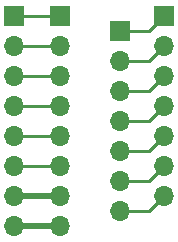
<source format=gbr>
%TF.GenerationSoftware,KiCad,Pcbnew,7.0.1-0*%
%TF.CreationDate,2023-04-12T17:34:26-06:00*%
%TF.ProjectId,100W Amplifier IS,31303057-2041-46d7-906c-696669657220,rev?*%
%TF.SameCoordinates,Original*%
%TF.FileFunction,Copper,L1,Top*%
%TF.FilePolarity,Positive*%
%FSLAX46Y46*%
G04 Gerber Fmt 4.6, Leading zero omitted, Abs format (unit mm)*
G04 Created by KiCad (PCBNEW 7.0.1-0) date 2023-04-12 17:34:26*
%MOMM*%
%LPD*%
G01*
G04 APERTURE LIST*
%TA.AperFunction,ComponentPad*%
%ADD10R,1.700000X1.700000*%
%TD*%
%TA.AperFunction,ComponentPad*%
%ADD11O,1.700000X1.700000*%
%TD*%
%TA.AperFunction,Conductor*%
%ADD12C,0.250000*%
%TD*%
%TA.AperFunction,Conductor*%
%ADD13C,0.508000*%
%TD*%
G04 APERTURE END LIST*
D10*
%TO.P,J1,1,Pin_1*%
%TO.N,Net-(J1-Pin_1)*%
X134010000Y-33670000D03*
D11*
%TO.P,J1,2,Pin_2*%
%TO.N,Net-(J1-Pin_2)*%
X134010000Y-36210000D03*
%TO.P,J1,3,Pin_3*%
%TO.N,Net-(J1-Pin_3)*%
X134010000Y-38750000D03*
%TO.P,J1,4,Pin_4*%
%TO.N,Net-(J1-Pin_4)*%
X134010000Y-41290000D03*
%TO.P,J1,5,Pin_5*%
%TO.N,Net-(J1-Pin_5)*%
X134010000Y-43830000D03*
%TO.P,J1,6,Pin_6*%
%TO.N,Net-(J1-Pin_6)*%
X134010000Y-46370000D03*
%TO.P,J1,7,Pin_7*%
%TO.N,Net-(J1-Pin_7)*%
X134010000Y-48910000D03*
%TO.P,J1,8,Pin_8*%
%TO.N,Net-(J1-Pin_8)*%
X134010000Y-51450000D03*
%TD*%
D10*
%TO.P,J4,1,Pin_1*%
%TO.N,Net-(J2-Pin_1)*%
X139090000Y-34940000D03*
D11*
%TO.P,J4,2,Pin_2*%
%TO.N,Net-(J2-Pin_2)*%
X139090000Y-37480000D03*
%TO.P,J4,3,Pin_3*%
%TO.N,Net-(J2-Pin_3)*%
X139090000Y-40020000D03*
%TO.P,J4,4,Pin_4*%
%TO.N,Net-(J2-Pin_4)*%
X139090000Y-42560000D03*
%TO.P,J4,5,Pin_5*%
%TO.N,Net-(J2-Pin_5)*%
X139090000Y-45100000D03*
%TO.P,J4,6,Pin_6*%
%TO.N,Net-(J2-Pin_6)*%
X139090000Y-47640000D03*
%TO.P,J4,7,Pin_7*%
%TO.N,Net-(J2-Pin_7)*%
X139090000Y-50180000D03*
%TD*%
D10*
%TO.P,J2,1,Pin_1*%
%TO.N,Net-(J2-Pin_1)*%
X142875000Y-33655000D03*
D11*
%TO.P,J2,2,Pin_2*%
%TO.N,Net-(J2-Pin_2)*%
X142875000Y-36195000D03*
%TO.P,J2,3,Pin_3*%
%TO.N,Net-(J2-Pin_3)*%
X142875000Y-38735000D03*
%TO.P,J2,4,Pin_4*%
%TO.N,Net-(J2-Pin_4)*%
X142875000Y-41275000D03*
%TO.P,J2,5,Pin_5*%
%TO.N,Net-(J2-Pin_5)*%
X142875000Y-43815000D03*
%TO.P,J2,6,Pin_6*%
%TO.N,Net-(J2-Pin_6)*%
X142875000Y-46355000D03*
%TO.P,J2,7,Pin_7*%
%TO.N,Net-(J2-Pin_7)*%
X142875000Y-48895000D03*
%TD*%
D10*
%TO.P,J3,1,Pin_1*%
%TO.N,Net-(J1-Pin_1)*%
X130175000Y-33655000D03*
D11*
%TO.P,J3,2,Pin_2*%
%TO.N,Net-(J1-Pin_2)*%
X130175000Y-36195000D03*
%TO.P,J3,3,Pin_3*%
%TO.N,Net-(J1-Pin_3)*%
X130175000Y-38735000D03*
%TO.P,J3,4,Pin_4*%
%TO.N,Net-(J1-Pin_4)*%
X130175000Y-41275000D03*
%TO.P,J3,5,Pin_5*%
%TO.N,Net-(J1-Pin_5)*%
X130175000Y-43815000D03*
%TO.P,J3,6,Pin_6*%
%TO.N,Net-(J1-Pin_6)*%
X130175000Y-46355000D03*
%TO.P,J3,7,Pin_7*%
%TO.N,Net-(J1-Pin_7)*%
X130175000Y-48895000D03*
%TO.P,J3,8,Pin_8*%
%TO.N,Net-(J1-Pin_8)*%
X130175000Y-51435000D03*
%TD*%
D12*
%TO.N,Net-(J1-Pin_1)*%
X134010000Y-33670000D02*
X130190000Y-33670000D01*
X130190000Y-33670000D02*
X130175000Y-33655000D01*
%TO.N,Net-(J1-Pin_2)*%
X134010000Y-36210000D02*
X130190000Y-36210000D01*
X130190000Y-36210000D02*
X130175000Y-36195000D01*
%TO.N,Net-(J1-Pin_3)*%
X134010000Y-38750000D02*
X130190000Y-38750000D01*
X130190000Y-38750000D02*
X130175000Y-38735000D01*
%TO.N,Net-(J1-Pin_4)*%
X134010000Y-41290000D02*
X130190000Y-41290000D01*
X130190000Y-41290000D02*
X130175000Y-41275000D01*
%TO.N,Net-(J1-Pin_5)*%
X130190000Y-43830000D02*
X130175000Y-43815000D01*
X134010000Y-43830000D02*
X130190000Y-43830000D01*
%TO.N,Net-(J1-Pin_6)*%
X130190000Y-46370000D02*
X130175000Y-46355000D01*
X134010000Y-46370000D02*
X130190000Y-46370000D01*
D13*
%TO.N,Net-(J1-Pin_7)*%
X134010000Y-48910000D02*
X130190000Y-48910000D01*
D12*
X130190000Y-48910000D02*
X130175000Y-48895000D01*
D13*
%TO.N,Net-(J1-Pin_8)*%
X134010000Y-51450000D02*
X130190000Y-51450000D01*
D12*
X130190000Y-51450000D02*
X130175000Y-51435000D01*
%TO.N,Net-(J2-Pin_1)*%
X141590000Y-34940000D02*
X142875000Y-33655000D01*
X139090000Y-34940000D02*
X141590000Y-34940000D01*
%TO.N,Net-(J2-Pin_2)*%
X141590000Y-37480000D02*
X142875000Y-36195000D01*
X139090000Y-37480000D02*
X141590000Y-37480000D01*
%TO.N,Net-(J2-Pin_3)*%
X141590000Y-40020000D02*
X142875000Y-38735000D01*
X139090000Y-40020000D02*
X141590000Y-40020000D01*
%TO.N,Net-(J2-Pin_4)*%
X139090000Y-42560000D02*
X141590000Y-42560000D01*
X141590000Y-42560000D02*
X142875000Y-41275000D01*
%TO.N,Net-(J2-Pin_5)*%
X141590000Y-45100000D02*
X142875000Y-43815000D01*
X139090000Y-45100000D02*
X141590000Y-45100000D01*
%TO.N,Net-(J2-Pin_6)*%
X141590000Y-47640000D02*
X142875000Y-46355000D01*
X139090000Y-47640000D02*
X141590000Y-47640000D01*
%TO.N,Net-(J2-Pin_7)*%
X139090000Y-50180000D02*
X141590000Y-50180000D01*
X141590000Y-50180000D02*
X142875000Y-48895000D01*
%TD*%
M02*

</source>
